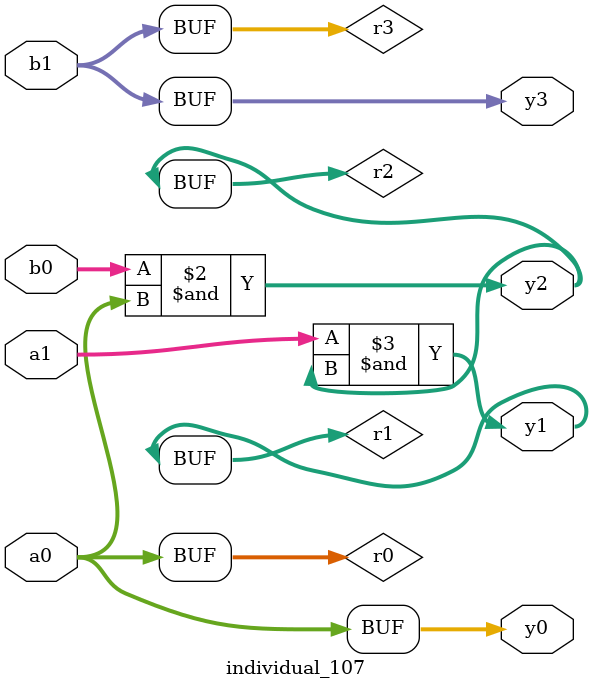
<source format=sv>
module individual_107(input logic [15:0] a1, input logic [15:0] a0, input logic [15:0] b1, input logic [15:0] b0, output logic [15:0] y3, output logic [15:0] y2, output logic [15:0] y1, output logic [15:0] y0);
logic [15:0] r0, r1, r2, r3; 
 always@(*) begin 
	 r0 = a0; r1 = a1; r2 = b0; r3 = b1; 
 	 r2  &=  r0 ;
 	 r1  &=  r2 ;
 	 y3 = r3; y2 = r2; y1 = r1; y0 = r0; 
end
endmodule
</source>
